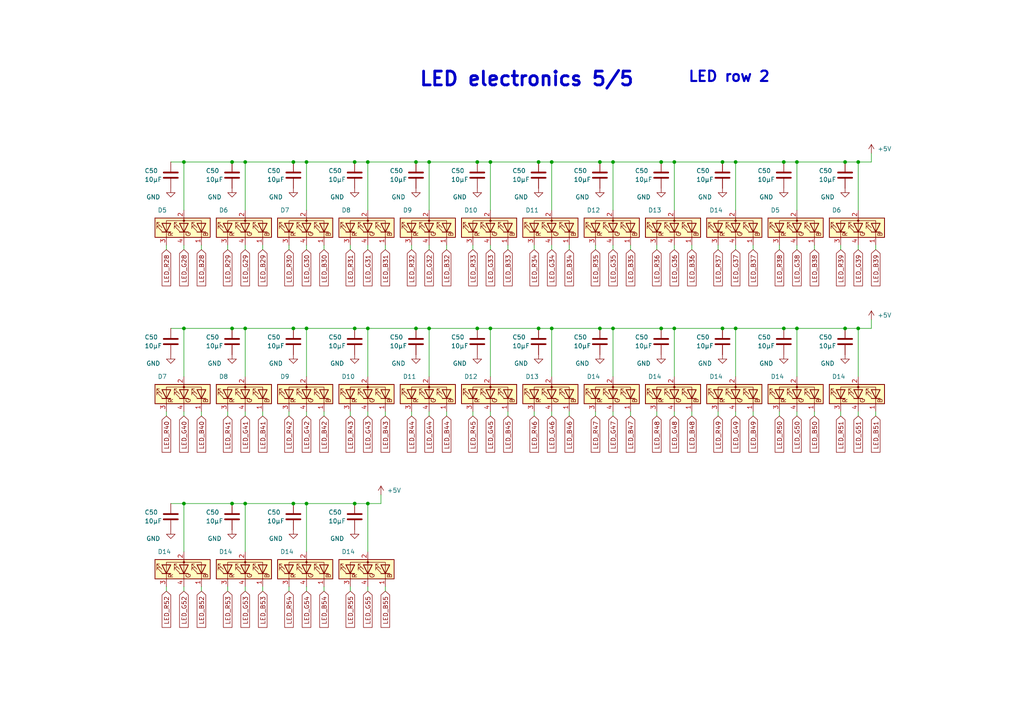
<source format=kicad_sch>
(kicad_sch (version 20230121) (generator eeschema)
  (paper "A4")
  (lib_symbols
    (symbol "Device:C" (pin_numbers hide) (pin_names (offset 0.254))
      (property "Reference" "C" (at 0.635 2.54 0))
      (property "Value" "C" (at 0.635 -2.54 0))
      (symbol "C_0_1"
        (polyline (pts (xy -2.032 -0.762) (xy 2.032 -0.762)) (stroke (width 0.508)))
        (polyline (pts (xy -2.032 0.762) (xy 2.032 0.762)) (stroke (width 0.508)))
      )
      (symbol "C_1_1"
        (pin passive line (at 0 3.81 270) (length 2.794) (name "~") (number "1"))
        (pin passive line (at 0 -3.81 90) (length 2.794) (name "~") (number "2"))
      )
    )
    (symbol "Device:LED_BARG" (pin_names (offset 0) hide)
      (property "Reference" "D" (at 0 9.398 0))
      (property "Value" "LED_BARG" (at 0 -8.89 0))
      (symbol "LED_BARG_0_0"
        (text "B" (at -1.905 -6.35 0) (effects (font (size 1.27 1.27))))
        (text "G" (at -1.905 -1.27 0) (effects (font (size 1.27 1.27))))
        (text "R" (at -1.905 3.81 0) (effects (font (size 1.27 1.27))))
      )
      (symbol "LED_BARG_0_1"
        (polyline (pts (xy -1.27 -5.08) (xy -2.54 -5.08)))
        (polyline (pts (xy -1.27 -5.08) (xy 1.27 -5.08)))
        (polyline (pts (xy -1.27 -3.81) (xy -1.27 -6.35)) (stroke (width 0.254)))
        (polyline (pts (xy -1.27 0) (xy -2.54 0)))
        (polyline (pts (xy -1.27 1.27) (xy -1.27 -1.27)) (stroke (width 0.254)))
        (polyline (pts (xy -1.27 5.08) (xy -2.54 5.08)))
        (polyline (pts (xy -1.27 5.08) (xy 1.27 5.08)))
        (polyline (pts (xy -1.27 6.35) (xy -1.27 3.81)) (stroke (width 0.254)))
        (polyline (pts (xy 1.27 0) (xy -1.27 0)))
        (polyline (pts (xy 1.27 0) (xy 2.54 0)))
        (polyline (pts (xy -1.27 1.27) (xy -1.27 -1.27) (xy -1.27 -1.27)))
        (polyline (pts (xy -1.27 6.35) (xy -1.27 3.81) (xy -1.27 3.81)))
        (polyline (pts (xy 1.27 -5.08) (xy 2.032 -5.08) (xy 2.032 5.08) (xy 1.27 5.08)))
        (polyline (pts (xy 1.27 -3.81) (xy 1.27 -6.35) (xy -1.27 -5.08) (xy 1.27 -3.81)) (stroke (width 0.254)))
        (polyline (pts (xy 1.27 1.27) (xy 1.27 -1.27) (xy -1.27 0) (xy 1.27 1.27)) (stroke (width 0.254)))
        (polyline (pts (xy 1.27 6.35) (xy 1.27 3.81) (xy -1.27 5.08) (xy 1.27 6.35)) (stroke (width 0.254)))
        (polyline (pts (xy -1.016 -3.81) (xy 0.508 -2.286) (xy -0.254 -2.286) (xy 0.508 -2.286) (xy 0.508 -3.048)))
        (polyline (pts (xy -1.016 1.27) (xy 0.508 2.794) (xy -0.254 2.794) (xy 0.508 2.794) (xy 0.508 2.032)))
        (polyline (pts (xy -1.016 6.35) (xy 0.508 7.874) (xy -0.254 7.874) (xy 0.508 7.874) (xy 0.508 7.112)))
        (polyline (pts (xy 0 -3.81) (xy 1.524 -2.286) (xy 0.762 -2.286) (xy 1.524 -2.286) (xy 1.524 -3.048)))
        (polyline (pts (xy 0 1.27) (xy 1.524 2.794) (xy 0.762 2.794) (xy 1.524 2.794) (xy 1.524 2.032)))
        (polyline (pts (xy 0 6.35) (xy 1.524 7.874) (xy 0.762 7.874) (xy 1.524 7.874) (xy 1.524 7.112)))
        (rectangle (start 1.27 -1.27) (end 1.27 1.27))
        (rectangle (start 1.27 1.27) (end 1.27 1.27))
        (rectangle (start 1.27 3.81) (end 1.27 6.35))
        (rectangle (start 1.27 6.35) (end 1.27 6.35))
        (circle (center 2.032 0) (radius 0.254) (fill (type outline)))
        (rectangle (start 2.794 8.382) (end -2.794 -7.62) (stroke (width 0.254)) (fill (type background)))
      )
      (symbol "LED_BARG_1_1"
        (pin passive line (at -5.08 -5.08 0) (length 2.54) (name "BK") (number "1"))
        (pin passive line (at 5.08 0 180) (length 2.54) (name "A") (number "2"))
        (pin passive line (at -5.08 5.08 0) (length 2.54) (name "RK") (number "3"))
        (pin passive line (at -5.08 0 0) (length 2.54) (name "GK") (number "4"))
      )
    )
    (symbol "power:+5V" (power) (pin_names (offset 0))
      (property "Value" "+5V" (at 0 3.556 0))
      (symbol "+5V_0_1"
        (polyline (pts (xy -0.762 1.27) (xy 0 2.54)))
        (polyline (pts (xy 0 0) (xy 0 2.54)))
        (polyline (pts (xy 0 2.54) (xy 0.762 1.27)))
      )
      (symbol "+5V_1_1"
        (pin power_in line (at 0 0 90) (length 0) hide (name "+5V") (number "1"))
      )
    )
    (symbol "power:GND" (power) (pin_names (offset 0))
      (property "Value" "GND" (at 0 -3.81 0))
      (symbol "GND_0_1"
        (polyline (pts (xy 0 0) (xy 0 -1.27) (xy 1.27 -1.27) (xy 0 -2.54) (xy -1.27 -1.27) (xy 0 -1.27)))
      )
      (symbol "GND_1_1"
        (pin power_in line (at 0 0 270) (length 0) hide (name "GND") (number "1"))
      )
    )
  )
  (junction (at 173.99 46.99))
  (junction (at 160.02 95.25))
  (junction (at 106.68 146.05))
  (junction (at 71.12 95.25))
  (junction (at 213.36 95.25))
  (junction (at 120.65 46.99))
  (junction (at 191.77 95.25))
  (junction (at 53.34 146.05))
  (junction (at 53.34 95.25))
  (junction (at 85.09 146.05))
  (junction (at 85.09 95.25))
  (junction (at 120.65 95.25))
  (junction (at 177.8 95.25))
  (junction (at 248.92 95.25))
  (junction (at 138.43 46.99))
  (junction (at 227.33 46.99))
  (junction (at 142.24 95.25))
  (junction (at 245.11 46.99))
  (junction (at 67.31 146.05))
  (junction (at 245.11 95.25))
  (junction (at 124.46 95.25))
  (junction (at 209.55 95.25))
  (junction (at 195.58 95.25))
  (junction (at 248.92 46.99))
  (junction (at 53.34 46.99))
  (junction (at 227.33 95.25))
  (junction (at 88.9 146.05))
  (junction (at 71.12 46.99))
  (junction (at 156.21 46.99))
  (junction (at 67.31 95.25))
  (junction (at 177.8 46.99))
  (junction (at 195.58 46.99))
  (junction (at 160.02 46.99))
  (junction (at 88.9 95.25))
  (junction (at 124.46 46.99))
  (junction (at 138.43 95.25))
  (junction (at 209.55 46.99))
  (junction (at 106.68 95.25))
  (junction (at 156.21 95.25))
  (junction (at 231.14 46.99))
  (junction (at 213.36 46.99))
  (junction (at 191.77 46.99))
  (junction (at 88.9 46.99))
  (junction (at 85.09 46.99))
  (junction (at 142.24 46.99))
  (junction (at 102.87 95.25))
  (junction (at 67.31 46.99))
  (junction (at 102.87 146.05))
  (junction (at 71.12 146.05))
  (junction (at 173.99 95.25))
  (junction (at 102.87 46.99))
  (junction (at 231.14 95.25))
  (junction (at 106.68 46.99))
  (wire (pts (xy 208.28 71.12) (xy 208.28 72.39)))
  (wire (pts (xy 190.5 71.12) (xy 190.5 72.39)))
  (wire (pts (xy 53.34 71.12) (xy 53.34 72.39)))
  (wire (pts (xy 160.02 95.25) (xy 160.02 109.22)))
  (wire (pts (xy 231.14 95.25) (xy 245.11 95.25)))
  (wire (pts (xy 195.58 46.99) (xy 195.58 60.96)))
  (wire (pts (xy 48.26 71.12) (xy 48.26 72.39)))
  (wire (pts (xy 71.12 119.38) (xy 71.12 120.65)))
  (wire (pts (xy 88.9 95.25) (xy 88.9 109.22)))
  (wire (pts (xy 191.77 95.25) (xy 195.58 95.25)))
  (wire (pts (xy 236.22 119.38) (xy 236.22 120.65)))
  (wire (pts (xy 83.82 119.38) (xy 83.82 120.65)))
  (wire (pts (xy 71.12 146.05) (xy 71.12 160.02)))
  (wire (pts (xy 195.58 119.38) (xy 195.58 120.65)))
  (wire (pts (xy 248.92 95.25) (xy 252.73 95.25)))
  (wire (pts (xy 71.12 95.25) (xy 85.09 95.25)))
  (wire (pts (xy 71.12 46.99) (xy 85.09 46.99)))
  (wire (pts (xy 111.76 119.38) (xy 111.76 120.65)))
  (wire (pts (xy 147.32 71.12) (xy 147.32 72.39)))
  (wire (pts (xy 172.72 71.12) (xy 172.72 72.39)))
  (wire (pts (xy 129.54 119.38) (xy 129.54 120.65)))
  (wire (pts (xy 53.34 146.05) (xy 67.31 146.05)))
  (wire (pts (xy 66.04 71.12) (xy 66.04 72.39)))
  (wire (pts (xy 124.46 46.99) (xy 138.43 46.99)))
  (wire (pts (xy 248.92 119.38) (xy 248.92 120.65)))
  (wire (pts (xy 83.82 71.12) (xy 83.82 72.39)))
  (wire (pts (xy 66.04 170.18) (xy 66.04 171.45)))
  (wire (pts (xy 154.94 119.38) (xy 154.94 120.65)))
  (wire (pts (xy 177.8 119.38) (xy 177.8 120.65)))
  (wire (pts (xy 213.36 71.12) (xy 213.36 72.39)))
  (wire (pts (xy 137.16 71.12) (xy 137.16 72.39)))
  (wire (pts (xy 165.1 119.38) (xy 165.1 120.65)))
  (wire (pts (xy 67.31 146.05) (xy 71.12 146.05)))
  (wire (pts (xy 147.32 119.38) (xy 147.32 120.65)))
  (wire (pts (xy 53.34 46.99) (xy 49.53 46.99)))
  (wire (pts (xy 231.14 46.99) (xy 245.11 46.99)))
  (wire (pts (xy 160.02 95.25) (xy 173.99 95.25)))
  (wire (pts (xy 182.88 71.12) (xy 182.88 72.39)))
  (wire (pts (xy 245.11 46.99) (xy 248.92 46.99)))
  (wire (pts (xy 231.14 95.25) (xy 231.14 109.22)))
  (wire (pts (xy 76.2 71.12) (xy 76.2 72.39)))
  (wire (pts (xy 76.2 170.18) (xy 76.2 171.45)))
  (wire (pts (xy 85.09 46.99) (xy 88.9 46.99)))
  (wire (pts (xy 48.26 170.18) (xy 48.26 171.45)))
  (wire (pts (xy 102.87 46.99) (xy 106.68 46.99)))
  (wire (pts (xy 124.46 46.99) (xy 124.46 60.96)))
  (wire (pts (xy 129.54 71.12) (xy 129.54 72.39)))
  (wire (pts (xy 124.46 71.12) (xy 124.46 72.39)))
  (wire (pts (xy 160.02 119.38) (xy 160.02 120.65)))
  (wire (pts (xy 243.84 71.12) (xy 243.84 72.39)))
  (wire (pts (xy 154.94 71.12) (xy 154.94 72.39)))
  (wire (pts (xy 195.58 71.12) (xy 195.58 72.39)))
  (wire (pts (xy 106.68 95.25) (xy 106.68 109.22)))
  (wire (pts (xy 120.65 95.25) (xy 124.46 95.25)))
  (wire (pts (xy 173.99 46.99) (xy 177.8 46.99)))
  (wire (pts (xy 53.34 95.25) (xy 67.31 95.25)))
  (wire (pts (xy 213.36 95.25) (xy 227.33 95.25)))
  (wire (pts (xy 248.92 95.25) (xy 248.92 109.22)))
  (wire (pts (xy 243.84 119.38) (xy 243.84 120.65)))
  (wire (pts (xy 58.42 119.38) (xy 58.42 120.65)))
  (wire (pts (xy 213.36 119.38) (xy 213.36 120.65)))
  (wire (pts (xy 200.66 119.38) (xy 200.66 120.65)))
  (wire (pts (xy 226.06 71.12) (xy 226.06 72.39)))
  (wire (pts (xy 227.33 95.25) (xy 231.14 95.25)))
  (wire (pts (xy 231.14 60.96) (xy 231.14 46.99)))
  (wire (pts (xy 200.66 71.12) (xy 200.66 72.39)))
  (wire (pts (xy 119.38 71.12) (xy 119.38 72.39)))
  (wire (pts (xy 209.55 46.99) (xy 213.36 46.99)))
  (wire (pts (xy 102.87 146.05) (xy 106.68 146.05)))
  (wire (pts (xy 137.16 119.38) (xy 137.16 120.65)))
  (wire (pts (xy 177.8 95.25) (xy 177.8 109.22)))
  (wire (pts (xy 106.68 71.12) (xy 106.68 72.39)))
  (wire (pts (xy 173.99 95.25) (xy 177.8 95.25)))
  (wire (pts (xy 160.02 71.12) (xy 160.02 72.39)))
  (wire (pts (xy 106.68 146.05) (xy 110.49 146.05)))
  (wire (pts (xy 195.58 95.25) (xy 209.55 95.25)))
  (wire (pts (xy 88.9 46.99) (xy 88.9 60.96)))
  (wire (pts (xy 110.49 146.05) (xy 110.49 143.51)))
  (wire (pts (xy 177.8 46.99) (xy 177.8 60.96)))
  (wire (pts (xy 58.42 71.12) (xy 58.42 72.39)))
  (wire (pts (xy 93.98 119.38) (xy 93.98 120.65)))
  (wire (pts (xy 190.5 119.38) (xy 190.5 120.65)))
  (wire (pts (xy 245.11 95.25) (xy 248.92 95.25)))
  (wire (pts (xy 101.6 71.12) (xy 101.6 72.39)))
  (wire (pts (xy 191.77 46.99) (xy 195.58 46.99)))
  (wire (pts (xy 71.12 170.18) (xy 71.12 171.45)))
  (wire (pts (xy 85.09 146.05) (xy 88.9 146.05)))
  (wire (pts (xy 213.36 46.99) (xy 213.36 60.96)))
  (wire (pts (xy 106.68 170.18) (xy 106.68 171.45)))
  (wire (pts (xy 160.02 46.99) (xy 173.99 46.99)))
  (wire (pts (xy 124.46 95.25) (xy 124.46 109.22)))
  (wire (pts (xy 53.34 170.18) (xy 53.34 171.45)))
  (wire (pts (xy 218.44 119.38) (xy 218.44 120.65)))
  (wire (pts (xy 101.6 119.38) (xy 101.6 120.65)))
  (wire (pts (xy 142.24 95.25) (xy 142.24 109.22)))
  (wire (pts (xy 76.2 119.38) (xy 76.2 120.65)))
  (wire (pts (xy 156.21 46.99) (xy 160.02 46.99)))
  (wire (pts (xy 106.68 95.25) (xy 120.65 95.25)))
  (wire (pts (xy 248.92 46.99) (xy 252.73 46.99)))
  (wire (pts (xy 53.34 119.38) (xy 53.34 120.65)))
  (wire (pts (xy 218.44 71.12) (xy 218.44 72.39)))
  (wire (pts (xy 226.06 119.38) (xy 226.06 120.65)))
  (wire (pts (xy 83.82 170.18) (xy 83.82 171.45)))
  (wire (pts (xy 111.76 170.18) (xy 111.76 171.45)))
  (wire (pts (xy 66.04 119.38) (xy 66.04 120.65)))
  (wire (pts (xy 124.46 95.25) (xy 138.43 95.25)))
  (wire (pts (xy 142.24 46.99) (xy 156.21 46.99)))
  (wire (pts (xy 88.9 146.05) (xy 102.87 146.05)))
  (wire (pts (xy 93.98 71.12) (xy 93.98 72.39)))
  (wire (pts (xy 142.24 119.38) (xy 142.24 120.65)))
  (wire (pts (xy 67.31 95.25) (xy 71.12 95.25)))
  (wire (pts (xy 165.1 71.12) (xy 165.1 72.39)))
  (wire (pts (xy 209.55 95.25) (xy 213.36 95.25)))
  (wire (pts (xy 106.68 146.05) (xy 106.68 160.02)))
  (wire (pts (xy 172.72 119.38) (xy 172.72 120.65)))
  (wire (pts (xy 106.68 119.38) (xy 106.68 120.65)))
  (wire (pts (xy 213.36 95.25) (xy 213.36 109.22)))
  (wire (pts (xy 195.58 95.25) (xy 195.58 109.22)))
  (wire (pts (xy 142.24 95.25) (xy 156.21 95.25)))
  (wire (pts (xy 102.87 95.25) (xy 106.68 95.25)))
  (wire (pts (xy 71.12 95.25) (xy 71.12 109.22)))
  (wire (pts (xy 106.68 46.99) (xy 106.68 60.96)))
  (wire (pts (xy 67.31 46.99) (xy 71.12 46.99)))
  (wire (pts (xy 48.26 119.38) (xy 48.26 120.65)))
  (wire (pts (xy 49.53 146.05) (xy 53.34 146.05)))
  (wire (pts (xy 248.92 46.99) (xy 248.92 60.96)))
  (wire (pts (xy 142.24 71.12) (xy 142.24 72.39)))
  (wire (pts (xy 156.21 95.25) (xy 160.02 95.25)))
  (wire (pts (xy 138.43 46.99) (xy 142.24 46.99)))
  (wire (pts (xy 160.02 46.99) (xy 160.02 60.96)))
  (wire (pts (xy 106.68 46.99) (xy 120.65 46.99)))
  (wire (pts (xy 88.9 95.25) (xy 102.87 95.25)))
  (wire (pts (xy 231.14 71.12) (xy 231.14 72.39)))
  (wire (pts (xy 248.92 71.12) (xy 248.92 72.39)))
  (wire (pts (xy 85.09 95.25) (xy 88.9 95.25)))
  (wire (pts (xy 213.36 46.99) (xy 227.33 46.99)))
  (wire (pts (xy 53.34 146.05) (xy 53.34 160.02)))
  (wire (pts (xy 88.9 119.38) (xy 88.9 120.65)))
  (wire (pts (xy 177.8 95.25) (xy 191.77 95.25)))
  (wire (pts (xy 53.34 95.25) (xy 53.34 109.22)))
  (wire (pts (xy 88.9 46.99) (xy 102.87 46.99)))
  (wire (pts (xy 142.24 46.99) (xy 142.24 60.96)))
  (wire (pts (xy 124.46 119.38) (xy 124.46 120.65)))
  (wire (pts (xy 252.73 95.25) (xy 252.73 92.71)))
  (wire (pts (xy 93.98 170.18) (xy 93.98 171.45)))
  (wire (pts (xy 254 119.38) (xy 254 120.65)))
  (wire (pts (xy 182.88 119.38) (xy 182.88 120.65)))
  (wire (pts (xy 120.65 46.99) (xy 124.46 46.99)))
  (wire (pts (xy 177.8 46.99) (xy 191.77 46.99)))
  (wire (pts (xy 49.53 95.25) (xy 53.34 95.25)))
  (wire (pts (xy 53.34 46.99) (xy 67.31 46.99)))
  (wire (pts (xy 138.43 95.25) (xy 142.24 95.25)))
  (wire (pts (xy 88.9 146.05) (xy 88.9 160.02)))
  (wire (pts (xy 71.12 46.99) (xy 71.12 60.96)))
  (wire (pts (xy 195.58 46.99) (xy 209.55 46.99)))
  (wire (pts (xy 231.14 46.99) (xy 227.33 46.99)))
  (wire (pts (xy 236.22 71.12) (xy 236.22 72.39)))
  (wire (pts (xy 88.9 71.12) (xy 88.9 72.39)))
  (wire (pts (xy 71.12 146.05) (xy 85.09 146.05)))
  (wire (pts (xy 208.28 119.38) (xy 208.28 120.65)))
  (wire (pts (xy 177.8 71.12) (xy 177.8 72.39)))
  (wire (pts (xy 88.9 170.18) (xy 88.9 171.45)))
  (wire (pts (xy 252.73 46.99) (xy 252.73 44.45)))
  (wire (pts (xy 111.76 71.12) (xy 111.76 72.39)))
  (wire (pts (xy 119.38 119.38) (xy 119.38 120.65)))
  (wire (pts (xy 231.14 119.38) (xy 231.14 120.65)))
  (wire (pts (xy 53.34 60.96) (xy 53.34 46.99)))
  (wire (pts (xy 101.6 170.18) (xy 101.6 171.45)))
  (wire (pts (xy 254 71.12) (xy 254 72.39)))
  (wire (pts (xy 58.42 170.18) (xy 58.42 171.45)))
  (wire (pts (xy 71.12 71.12) (xy 71.12 72.39)))
  (text "LED electronics 5/5" (at 184.15 25.4 0) (effects (font (size 4 4) (thickness 0.8) bold) (justify right bottom)))
  (text "LED row 2" (at 223.52 24.13 0) (effects (font (size 3 3) (thickness 0.6) bold) (justify right bottom)))
  (global_label "LED_G33" (shape input) (at 142.24 72.39 270) (property "Intersheetrefs" "${INTERSHEET_REFS}" (effects hide)))
  (global_label "LED_R28" (shape input) (at 48.26 72.39 270) (property "Intersheetrefs" "${INTERSHEET_REFS}" (effects hide)))
  (global_label "LED_B34" (shape input) (at 165.1 72.39 270) (property "Intersheetrefs" "${INTERSHEET_REFS}" (effects hide)))
  (global_label "LED_G40" (shape input) (at 53.34 120.65 270) (property "Intersheetrefs" "${INTERSHEET_REFS}" (effects hide)))
  (global_label "LED_G47" (shape input) (at 177.8 120.65 270) (property "Intersheetrefs" "${INTERSHEET_REFS}" (effects hide)))
  (global_label "LED_G39" (shape input) (at 248.92 72.39 270) (property "Intersheetrefs" "${INTERSHEET_REFS}" (effects hide)))
  (global_label "LED_R50" (shape input) (at 226.06 120.65 270) (property "Intersheetrefs" "${INTERSHEET_REFS}" (effects hide)))
  (global_label "LED_G28" (shape input) (at 53.34 72.39 270) (property "Intersheetrefs" "${INTERSHEET_REFS}" (effects hide)))
  (global_label "LED_R35" (shape input) (at 172.72 72.39 270) (property "Intersheetrefs" "${INTERSHEET_REFS}" (effects hide)))
  (global_label "LED_G49" (shape input) (at 213.36 120.65 270) (property "Intersheetrefs" "${INTERSHEET_REFS}" (effects hide)))
  (global_label "LED_B50" (shape input) (at 236.22 120.65 270) (property "Intersheetrefs" "${INTERSHEET_REFS}" (effects hide)))
  (global_label "LED_G34" (shape input) (at 160.02 72.39 270) (property "Intersheetrefs" "${INTERSHEET_REFS}" (effects hide)))
  (global_label "LED_B39" (shape input) (at 254 72.39 270) (property "Intersheetrefs" "${INTERSHEET_REFS}" (effects hide)))
  (global_label "LED_R46" (shape input) (at 154.94 120.65 270) (property "Intersheetrefs" "${INTERSHEET_REFS}" (effects hide)))
  (global_label "LED_R45" (shape input) (at 137.16 120.65 270) (property "Intersheetrefs" "${INTERSHEET_REFS}" (effects hide)))
  (global_label "LED_B42" (shape input) (at 93.98 120.65 270) (property "Intersheetrefs" "${INTERSHEET_REFS}" (effects hide)))
  (global_label "LED_R51" (shape input) (at 243.84 120.65 270) (property "Intersheetrefs" "${INTERSHEET_REFS}" (effects hide)))
  (global_label "LED_R53" (shape input) (at 66.04 171.45 270) (property "Intersheetrefs" "${INTERSHEET_REFS}" (effects hide)))
  (global_label "LED_B52" (shape input) (at 58.42 171.45 270) (property "Intersheetrefs" "${INTERSHEET_REFS}" (effects hide)))
  (global_label "LED_R44" (shape input) (at 119.38 120.65 270) (property "Intersheetrefs" "${INTERSHEET_REFS}" (effects hide)))
  (global_label "LED_B30" (shape input) (at 93.98 72.39 270) (property "Intersheetrefs" "${INTERSHEET_REFS}" (effects hide)))
  (global_label "LED_G51" (shape input) (at 248.92 120.65 270) (property "Intersheetrefs" "${INTERSHEET_REFS}" (effects hide)))
  (global_label "LED_G45" (shape input) (at 142.24 120.65 270) (property "Intersheetrefs" "${INTERSHEET_REFS}" (effects hide)))
  (global_label "LED_B45" (shape input) (at 147.32 120.65 270) (property "Intersheetrefs" "${INTERSHEET_REFS}" (effects hide)))
  (global_label "LED_G29" (shape input) (at 71.12 72.39 270) (property "Intersheetrefs" "${INTERSHEET_REFS}" (effects hide)))
  (global_label "LED_B41" (shape input) (at 76.2 120.65 270) (property "Intersheetrefs" "${INTERSHEET_REFS}" (effects hide)))
  (global_label "LED_B48" (shape input) (at 200.66 120.65 270) (property "Intersheetrefs" "${INTERSHEET_REFS}" (effects hide)))
  (global_label "LED_R48" (shape input) (at 190.5 120.65 270) (property "Intersheetrefs" "${INTERSHEET_REFS}" (effects hide)))
  (global_label "LED_R29" (shape input) (at 66.04 72.39 270) (property "Intersheetrefs" "${INTERSHEET_REFS}" (effects hide)))
  (global_label "LED_G42" (shape input) (at 88.9 120.65 270) (property "Intersheetrefs" "${INTERSHEET_REFS}" (effects hide)))
  (global_label "LED_G30" (shape input) (at 88.9 72.39 270) (property "Intersheetrefs" "${INTERSHEET_REFS}" (effects hide)))
  (global_label "LED_G52" (shape input) (at 53.34 171.45 270) (property "Intersheetrefs" "${INTERSHEET_REFS}" (effects hide)))
  (global_label "LED_G37" (shape input) (at 213.36 72.39 270) (property "Intersheetrefs" "${INTERSHEET_REFS}" (effects hide)))
  (global_label "LED_G46" (shape input) (at 160.02 120.65 270) (property "Intersheetrefs" "${INTERSHEET_REFS}" (effects hide)))
  (global_label "LED_G36" (shape input) (at 195.58 72.39 270) (property "Intersheetrefs" "${INTERSHEET_REFS}" (effects hide)))
  (global_label "LED_R30" (shape input) (at 83.82 72.39 270) (property "Intersheetrefs" "${INTERSHEET_REFS}" (effects hide)))
  (global_label "LED_B40" (shape input) (at 58.42 120.65 270) (property "Intersheetrefs" "${INTERSHEET_REFS}" (effects hide)))
  (global_label "LED_R32" (shape input) (at 119.38 72.39 270) (property "Intersheetrefs" "${INTERSHEET_REFS}" (effects hide)))
  (global_label "LED_B47" (shape input) (at 182.88 120.65 270) (property "Intersheetrefs" "${INTERSHEET_REFS}" (effects hide)))
  (global_label "LED_B31" (shape input) (at 111.76 72.39 270) (property "Intersheetrefs" "${INTERSHEET_REFS}" (effects hide)))
  (global_label "LED_R52" (shape input) (at 48.26 171.45 270) (property "Intersheetrefs" "${INTERSHEET_REFS}" (effects hide)))
  (global_label "LED_R49" (shape input) (at 208.28 120.65 270) (property "Intersheetrefs" "${INTERSHEET_REFS}" (effects hide)))
  (global_label "LED_B51" (shape input) (at 254 120.65 270) (property "Intersheetrefs" "${INTERSHEET_REFS}" (effects hide)))
  (global_label "LED_G35" (shape input) (at 177.8 72.39 270) (property "Intersheetrefs" "${INTERSHEET_REFS}" (effects hide)))
  (global_label "LED_R31" (shape input) (at 101.6 72.39 270) (property "Intersheetrefs" "${INTERSHEET_REFS}" (effects hide)))
  (global_label "LED_G32" (shape input) (at 124.46 72.39 270) (property "Intersheetrefs" "${INTERSHEET_REFS}" (effects hide)))
  (global_label "LED_R54" (shape input) (at 83.82 171.45 270) (property "Intersheetrefs" "${INTERSHEET_REFS}" (effects hide)))
  (global_label "LED_R39" (shape input) (at 243.84 72.39 270) (property "Intersheetrefs" "${INTERSHEET_REFS}" (effects hide)))
  (global_label "LED_B49" (shape input) (at 218.44 120.65 270) (property "Intersheetrefs" "${INTERSHEET_REFS}" (effects hide)))
  (global_label "LED_R42" (shape input) (at 83.82 120.65 270) (property "Intersheetrefs" "${INTERSHEET_REFS}" (effects hide)))
  (global_label "LED_R38" (shape input) (at 226.06 72.39 270) (property "Intersheetrefs" "${INTERSHEET_REFS}" (effects hide)))
  (global_label "LED_B33" (shape input) (at 147.32 72.39 270) (property "Intersheetrefs" "${INTERSHEET_REFS}" (effects hide)))
  (global_label "LED_G38" (shape input) (at 231.14 72.39 270) (property "Intersheetrefs" "${INTERSHEET_REFS}" (effects hide)))
  (global_label "LED_R43" (shape input) (at 101.6 120.65 270) (property "Intersheetrefs" "${INTERSHEET_REFS}" (effects hide)))
  (global_label "LED_G54" (shape input) (at 88.9 171.45 270) (property "Intersheetrefs" "${INTERSHEET_REFS}" (effects hide)))
  (global_label "LED_B46" (shape input) (at 165.1 120.65 270) (property "Intersheetrefs" "${INTERSHEET_REFS}" (effects hide)))
  (global_label "LED_G53" (shape input) (at 71.12 171.45 270) (property "Intersheetrefs" "${INTERSHEET_REFS}" (effects hide)))
  (global_label "LED_R34" (shape input) (at 154.94 72.39 270) (property "Intersheetrefs" "${INTERSHEET_REFS}" (effects hide)))
  (global_label "LED_R36" (shape input) (at 190.5 72.39 270) (property "Intersheetrefs" "${INTERSHEET_REFS}" (effects hide)))
  (global_label "LED_G31" (shape input) (at 106.68 72.39 270) (property "Intersheetrefs" "${INTERSHEET_REFS}" (effects hide)))
  (global_label "LED_B29" (shape input) (at 76.2 72.39 270) (property "Intersheetrefs" "${INTERSHEET_REFS}" (effects hide)))
  (global_label "LED_B32" (shape input) (at 129.54 72.39 270) (property "Intersheetrefs" "${INTERSHEET_REFS}" (effects hide)))
  (global_label "LED_R55" (shape input) (at 101.6 171.45 270) (property "Intersheetrefs" "${INTERSHEET_REFS}" (effects hide)))
  (global_label "LED_G50" (shape input) (at 231.14 120.65 270) (property "Intersheetrefs" "${INTERSHEET_REFS}" (effects hide)))
  (global_label "LED_B44" (shape input) (at 129.54 120.65 270) (property "Intersheetrefs" "${INTERSHEET_REFS}" (effects hide)))
  (global_label "LED_R47" (shape input) (at 172.72 120.65 270) (property "Intersheetrefs" "${INTERSHEET_REFS}" (effects hide)))
  (global_label "LED_R33" (shape input) (at 137.16 72.39 270) (property "Intersheetrefs" "${INTERSHEET_REFS}" (effects hide)))
  (global_label "LED_B28" (shape input) (at 58.42 72.39 270) (property "Intersheetrefs" "${INTERSHEET_REFS}" (effects hide)))
  (global_label "LED_B38" (shape input) (at 236.22 72.39 270) (property "Intersheetrefs" "${INTERSHEET_REFS}" (effects hide)))
  (global_label "LED_B36" (shape input) (at 200.66 72.39 270) (property "Intersheetrefs" "${INTERSHEET_REFS}" (effects hide)))
  (global_label "LED_B54" (shape input) (at 93.98 171.45 270) (property "Intersheetrefs" "${INTERSHEET_REFS}" (effects hide)))
  (global_label "LED_B43" (shape input) (at 111.76 120.65 270) (property "Intersheetrefs" "${INTERSHEET_REFS}" (effects hide)))
  (global_label "LED_R40" (shape input) (at 48.26 120.65 270) (property "Intersheetrefs" "${INTERSHEET_REFS}" (effects hide)))
  (global_label "LED_B37" (shape input) (at 218.44 72.39 270) (property "Intersheetrefs" "${INTERSHEET_REFS}" (effects hide)))
  (global_label "LED_B35" (shape input) (at 182.88 72.39 270) (property "Intersheetrefs" "${INTERSHEET_REFS}" (effects hide)))
  (global_label "LED_G41" (shape input) (at 71.12 120.65 270) (property "Intersheetrefs" "${INTERSHEET_REFS}" (effects hide)))
  (global_label "LED_R41" (shape input) (at 66.04 120.65 270) (property "Intersheetrefs" "${INTERSHEET_REFS}" (effects hide)))
  (global_label "LED_G48" (shape input) (at 195.58 120.65 270) (property "Intersheetrefs" "${INTERSHEET_REFS}" (effects hide)))
  (global_label "LED_B53" (shape input) (at 76.2 171.45 270) (property "Intersheetrefs" "${INTERSHEET_REFS}" (effects hide)))
  (global_label "LED_R37" (shape input) (at 208.28 72.39 270) (property "Intersheetrefs" "${INTERSHEET_REFS}" (effects hide)))
  (global_label "LED_G55" (shape input) (at 106.68 171.45 270) (property "Intersheetrefs" "${INTERSHEET_REFS}" (effects hide)))
  (global_label "LED_G44" (shape input) (at 124.46 120.65 270) (property "Intersheetrefs" "${INTERSHEET_REFS}" (effects hide)))
  (global_label "LED_B55" (shape input) (at 111.76 171.45 270) (property "Intersheetrefs" "${INTERSHEET_REFS}" (effects hide)))
  (global_label "LED_G43" (shape input) (at 106.68 120.65 270) (property "Intersheetrefs" "${INTERSHEET_REFS}" (effects hide)))
  (symbol (lib_id "power:GND") (at 227.33 54.61 0) (unit 1)
    (property "Reference" "#PWR0735" (effects hide))
    (property "Value" "GND" (at 222.25 57.15 0))
    (instances (project "RD56" (path "" (reference "#PWR0735") (unit 1)) (path "" (reference "#PWR0912") (unit 1))))
  )
  (symbol (lib_id "power:GND") (at 67.31 102.87 0) (unit 1)
    (property "Reference" "#PWR0738" (effects hide))
    (property "Value" "GND" (at 62.23 105.41 0))
    (instances (project "RD56" (path "" (reference "#PWR0738") (unit 1)) (path "" (reference "#PWR0916") (unit 1))))
  )
  (symbol (lib_id "Device:C") (at 49.53 50.8 0) (unit 1)
    (property "Reference" "C50" (at 41.91 49.53 0) (effects (justify left)))
    (property "Value" "10µF" (at 41.91 52.07 0) (effects (justify left)))
    (property "Footprint" "Capacitor_SMD:C_0603_1608Metric" (effects hide))
    (property "LCSC" "C96446" (effects hide))
    (instances (project "RD56" (path "" (reference "C50") (unit 1)) (path "" (reference "C721") (unit 1)) (path "" (reference "C901") (unit 1))))
  )
  (symbol (lib_id "Device:LED_BARG") (at 142.24 114.3 90) (unit 1)
    (property "Reference" "D12" (at 134.62 109.22 90) (effects (justify right)))
    (property "Value" "LED_BARG" (effects hide))
    (property "Footprint" "my_footprints:LED_RGB_1210" (effects hide))
    (property "LCSC" "C513366" (effects hide))
    (instances (project "RD56" (path "" (reference "D12") (unit 1)) (path "" (reference "D738") (unit 1)) (path "" (reference "D918") (unit 1))))
  )
  (symbol (lib_id "Device:LED_BARG") (at 71.12 66.04 90) (unit 1)
    (property "Reference" "D6" (at 63.5 60.96 90) (effects (justify right)))
    (property "Value" "LED_BARG" (effects hide))
    (property "Footprint" "my_footprints:LED_RGB_1210" (effects hide))
    (property "LCSC" "C513366" (effects hide))
    (instances (project "RD56" (path "" (reference "D6") (unit 1)) (path "" (reference "D722") (unit 1)) (path "" (reference "D902") (unit 1))))
  )
  (symbol (lib_id "Device:C") (at 102.87 50.8 0) (unit 1)
    (property "Reference" "C50" (at 95.25 49.53 0) (effects (justify left)))
    (property "Value" "10µF" (at 95.25 52.07 0) (effects (justify left)))
    (property "Footprint" "Capacitor_SMD:C_0603_1608Metric" (effects hide))
    (property "LCSC" "C96446" (effects hide))
    (instances (project "RD56" (path "" (reference "C50") (unit 1)) (path "" (reference "C724") (unit 1)) (path "" (reference "C904") (unit 1))))
  )
  (symbol (lib_id "power:GND") (at 138.43 102.87 0) (unit 1)
    (property "Reference" "#PWR0743" (effects hide))
    (property "Value" "GND" (at 133.35 105.41 0))
    (instances (project "RD56" (path "" (reference "#PWR0743") (unit 1)) (path "" (reference "#PWR0920") (unit 1))))
  )
  (symbol (lib_id "Device:C") (at 102.87 99.06 0) (unit 1)
    (property "Reference" "C50" (at 95.25 97.79 0) (effects (justify left)))
    (property "Value" "10µF" (at 95.25 100.33 0) (effects (justify left)))
    (property "Footprint" "Capacitor_SMD:C_0603_1608Metric" (effects hide))
    (property "LCSC" "C96446" (effects hide))
    (instances (project "RD56" (path "" (reference "C50") (unit 1)) (path "" (reference "C736") (unit 1)) (path "" (reference "C916") (unit 1))))
  )
  (symbol (lib_id "Device:LED_BARG") (at 71.12 114.3 90) (unit 1)
    (property "Reference" "D8" (at 63.5 109.22 90) (effects (justify right)))
    (property "Value" "LED_BARG" (effects hide))
    (property "Footprint" "my_footprints:LED_RGB_1210" (effects hide))
    (property "LCSC" "C513366" (effects hide))
    (instances (project "RD56" (path "" (reference "D8") (unit 1)) (path "" (reference "D734") (unit 1)) (path "" (reference "D914") (unit 1))))
  )
  (symbol (lib_id "power:GND") (at 227.33 102.87 0) (unit 1)
    (property "Reference" "#PWR0744" (effects hide))
    (property "Value" "GND" (at 222.25 105.41 0))
    (instances (project "RD56" (path "" (reference "#PWR0744") (unit 1)) (path "" (reference "#PWR0925") (unit 1))))
  )
  (symbol (lib_id "Device:C") (at 120.65 99.06 0) (unit 1)
    (property "Reference" "C50" (at 113.03 97.79 0) (effects (justify left)))
    (property "Value" "10µF" (at 113.03 100.33 0) (effects (justify left)))
    (property "Footprint" "Capacitor_SMD:C_0603_1608Metric" (effects hide))
    (property "LCSC" "C96446" (effects hide))
    (instances (project "RD56" (path "" (reference "C50") (unit 1)) (path "" (reference "C737") (unit 1)) (path "" (reference "C917") (unit 1))))
  )
  (symbol (lib_id "Device:LED_BARG") (at 106.68 165.1 90) (unit 1)
    (property "Reference" "D14" (at 99.06 160.02 90) (effects (justify right)))
    (property "Value" "LED_BARG" (effects hide))
    (property "Footprint" "my_footprints:LED_RGB_1210" (effects hide))
    (property "LCSC" "C513366" (effects hide))
    (instances (project "RD56" (path "" (reference "D14") (unit 1)) (path "" (reference "D740") (unit 1)) (path "" (reference "D928") (unit 1))))
  )
  (symbol (lib_id "Device:C") (at 173.99 50.8 0) (unit 1)
    (property "Reference" "C50" (at 166.37 49.53 0) (effects (justify left)))
    (property "Value" "10µF" (at 166.37 52.07 0) (effects (justify left)))
    (property "Footprint" "Capacitor_SMD:C_0603_1608Metric" (effects hide))
    (property "LCSC" "C96446" (effects hide))
    (instances (project "RD56" (path "" (reference "C50") (unit 1)) (path "" (reference "C728") (unit 1)) (path "" (reference "C908") (unit 1))))
  )
  (symbol (lib_id "power:GND") (at 85.09 54.61 0) (unit 1)
    (property "Reference" "#PWR0727" (effects hide))
    (property "Value" "GND" (at 80.01 57.15 0))
    (instances (project "RD56" (path "" (reference "#PWR0727") (unit 1)) (path "" (reference "#PWR0904") (unit 1))))
  )
  (symbol (lib_id "power:GND") (at 209.55 54.61 0) (unit 1)
    (property "Reference" "#PWR0734" (effects hide))
    (property "Value" "GND" (at 204.47 57.15 0))
    (instances (project "RD56" (path "" (reference "#PWR0734") (unit 1)) (path "" (reference "#PWR0911") (unit 1))))
  )
  (symbol (lib_id "Device:C") (at 138.43 99.06 0) (unit 1)
    (property "Reference" "C50" (at 130.81 97.79 0) (effects (justify left)))
    (property "Value" "10µF" (at 130.81 100.33 0) (effects (justify left)))
    (property "Footprint" "Capacitor_SMD:C_0603_1608Metric" (effects hide))
    (property "LCSC" "C96446" (effects hide))
    (instances (project "RD56" (path "" (reference "C50") (unit 1)) (path "" (reference "C738") (unit 1)) (path "" (reference "C918") (unit 1))))
  )
  (symbol (lib_id "Device:LED_BARG") (at 106.68 66.04 90) (unit 1)
    (property "Reference" "D8" (at 99.06 60.96 90) (effects (justify right)))
    (property "Value" "LED_BARG" (effects hide))
    (property "Footprint" "my_footprints:LED_RGB_1210" (effects hide))
    (property "LCSC" "C513366" (effects hide))
    (instances (project "RD56" (path "" (reference "D8") (unit 1)) (path "" (reference "D724") (unit 1)) (path "" (reference "D904") (unit 1))))
  )
  (symbol (lib_id "Device:C") (at 191.77 50.8 0) (unit 1)
    (property "Reference" "C50" (at 184.15 49.53 0) (effects (justify left)))
    (property "Value" "10µF" (at 184.15 52.07 0) (effects (justify left)))
    (property "Footprint" "Capacitor_SMD:C_0603_1608Metric" (effects hide))
    (property "LCSC" "C96446" (effects hide))
    (instances (project "RD56" (path "" (reference "C50") (unit 1)) (path "" (reference "C729") (unit 1)) (path "" (reference "C909") (unit 1))))
  )
  (symbol (lib_id "power:GND") (at 67.31 153.67 0) (unit 1)
    (property "Reference" "#PWR0743" (effects hide))
    (property "Value" "GND" (at 62.23 156.21 0))
    (instances (project "RD56" (path "" (reference "#PWR0743") (unit 1)) (path "" (reference "#PWR0929") (unit 1))))
  )
  (symbol (lib_id "Device:LED_BARG") (at 53.34 165.1 90) (unit 1)
    (property "Reference" "D14" (at 45.72 160.02 90) (effects (justify right)))
    (property "Value" "LED_BARG" (effects hide))
    (property "Footprint" "my_footprints:LED_RGB_1210" (effects hide))
    (property "LCSC" "C513366" (effects hide))
    (instances (project "RD56" (path "" (reference "D14") (unit 1)) (path "" (reference "D740") (unit 1)) (path "" (reference "D925") (unit 1))))
  )
  (symbol (lib_id "Device:C") (at 67.31 99.06 0) (unit 1)
    (property "Reference" "C50" (at 59.69 97.79 0) (effects (justify left)))
    (property "Value" "10µF" (at 59.69 100.33 0) (effects (justify left)))
    (property "Footprint" "Capacitor_SMD:C_0603_1608Metric" (effects hide))
    (property "LCSC" "C96446" (effects hide))
    (instances (project "RD56" (path "" (reference "C50") (unit 1)) (path "" (reference "C734") (unit 1)) (path "" (reference "C914") (unit 1))))
  )
  (symbol (lib_id "Device:C") (at 209.55 99.06 0) (unit 1)
    (property "Reference" "C50" (at 201.93 97.79 0) (effects (justify left)))
    (property "Value" "10µF" (at 201.93 100.33 0) (effects (justify left)))
    (property "Footprint" "Capacitor_SMD:C_0603_1608Metric" (effects hide))
    (property "LCSC" "C96446" (effects hide))
    (instances (project "RD56" (path "" (reference "C50") (unit 1)) (path "" (reference "C738") (unit 1)) (path "" (reference "C922") (unit 1))))
  )
  (symbol (lib_id "power:GND") (at 209.55 102.87 0) (unit 1)
    (property "Reference" "#PWR0743" (effects hide))
    (property "Value" "GND" (at 204.47 105.41 0))
    (instances (project "RD56" (path "" (reference "#PWR0743") (unit 1)) (path "" (reference "#PWR0924") (unit 1))))
  )
  (symbol (lib_id "Device:LED_BARG") (at 177.8 114.3 90) (unit 1)
    (property "Reference" "D14" (at 170.18 109.22 90) (effects (justify right)))
    (property "Value" "LED_BARG" (effects hide))
    (property "Footprint" "my_footprints:LED_RGB_1210" (effects hide))
    (property "LCSC" "C513366" (effects hide))
    (instances (project "RD56" (path "" (reference "D14") (unit 1)) (path "" (reference "D740") (unit 1)) (path "" (reference "D920") (unit 1))))
  )
  (symbol (lib_id "power:GND") (at 49.53 153.67 0) (unit 1)
    (property "Reference" "#PWR0742" (effects hide))
    (property "Value" "GND" (at 44.45 156.21 0))
    (instances (project "RD56" (path "" (reference "#PWR0742") (unit 1)) (path "" (reference "#PWR0928") (unit 1))))
  )
  (symbol (lib_id "Device:C") (at 67.31 50.8 0) (unit 1)
    (property "Reference" "C50" (at 59.69 49.53 0) (effects (justify left)))
    (property "Value" "10µF" (at 59.69 52.07 0) (effects (justify left)))
    (property "Footprint" "Capacitor_SMD:C_0603_1608Metric" (effects hide))
    (property "LCSC" "C96446" (effects hide))
    (instances (project "RD56" (path "" (reference "C50") (unit 1)) (path "" (reference "C722") (unit 1)) (path "" (reference "C902") (unit 1))))
  )
  (symbol (lib_id "Device:C") (at 227.33 99.06 0) (unit 1)
    (property "Reference" "C50" (at 219.71 97.79 0) (effects (justify left)))
    (property "Value" "10µF" (at 219.71 100.33 0) (effects (justify left)))
    (property "Footprint" "Capacitor_SMD:C_0603_1608Metric" (effects hide))
    (property "LCSC" "C96446" (effects hide))
    (instances (project "RD56" (path "" (reference "C50") (unit 1)) (path "" (reference "C739") (unit 1)) (path "" (reference "C923") (unit 1))))
  )
  (symbol (lib_id "power:GND") (at 156.21 54.61 0) (unit 1)
    (property "Reference" "#PWR0731" (effects hide))
    (property "Value" "GND" (at 151.13 57.15 0))
    (instances (project "RD56" (path "" (reference "#PWR0731") (unit 1)) (path "" (reference "#PWR0908") (unit 1))))
  )
  (symbol (lib_id "Device:LED_BARG") (at 71.12 165.1 90) (unit 1)
    (property "Reference" "D14" (at 63.5 160.02 90) (effects (justify right)))
    (property "Value" "LED_BARG" (effects hide))
    (property "Footprint" "my_footprints:LED_RGB_1210" (effects hide))
    (property "LCSC" "C513366" (effects hide))
    (instances (project "RD56" (path "" (reference "D14") (unit 1)) (path "" (reference "D740") (unit 1)) (path "" (reference "D926") (unit 1))))
  )
  (symbol (lib_id "Device:C") (at 245.11 50.8 0) (unit 1)
    (property "Reference" "C50" (at 237.49 49.53 0) (effects (justify left)))
    (property "Value" "10µF" (at 237.49 52.07 0) (effects (justify left)))
    (property "Footprint" "Capacitor_SMD:C_0603_1608Metric" (effects hide))
    (property "LCSC" "C96446" (effects hide))
    (instances (project "RD56" (path "" (reference "C50") (unit 1)) (path "" (reference "C732") (unit 1)) (path "" (reference "C912") (unit 1))))
  )
  (symbol (lib_id "Device:C") (at 227.33 50.8 0) (unit 1)
    (property "Reference" "C50" (at 219.71 49.53 0) (effects (justify left)))
    (property "Value" "10µF" (at 219.71 52.07 0) (effects (justify left)))
    (property "Footprint" "Capacitor_SMD:C_0603_1608Metric" (effects hide))
    (property "LCSC" "C96446" (effects hide))
    (instances (project "RD56" (path "" (reference "C50") (unit 1)) (path "" (reference "C731") (unit 1)) (path "" (reference "C911") (unit 1))))
  )
  (symbol (lib_id "Device:LED_BARG") (at 88.9 114.3 90) (unit 1)
    (property "Reference" "D9" (at 81.28 109.22 90) (effects (justify right)))
    (property "Value" "LED_BARG" (effects hide))
    (property "Footprint" "my_footprints:LED_RGB_1210" (effects hide))
    (property "LCSC" "C513366" (effects hide))
    (instances (project "RD56" (path "" (reference "D9") (unit 1)) (path "" (reference "D735") (unit 1)) (path "" (reference "D915") (unit 1))))
  )
  (symbol (lib_id "Device:C") (at 85.09 149.86 0) (unit 1)
    (property "Reference" "C50" (at 77.47 148.59 0) (effects (justify left)))
    (property "Value" "10µF" (at 77.47 151.13 0) (effects (justify left)))
    (property "Footprint" "Capacitor_SMD:C_0603_1608Metric" (effects hide))
    (property "LCSC" "C96446" (effects hide))
    (instances (project "RD56" (path "" (reference "C50") (unit 1)) (path "" (reference "C739") (unit 1)) (path "" (reference "C927") (unit 1))))
  )
  (symbol (lib_id "Device:C") (at 245.11 99.06 0) (unit 1)
    (property "Reference" "C50" (at 237.49 97.79 0) (effects (justify left)))
    (property "Value" "10µF" (at 237.49 100.33 0) (effects (justify left)))
    (property "Footprint" "Capacitor_SMD:C_0603_1608Metric" (effects hide))
    (property "LCSC" "C96446" (effects hide))
    (instances (project "RD56" (path "" (reference "C50") (unit 1)) (path "" (reference "C740") (unit 1)) (path "" (reference "C924") (unit 1))))
  )
  (symbol (lib_id "Device:C") (at 209.55 50.8 0) (unit 1)
    (property "Reference" "C50" (at 201.93 49.53 0) (effects (justify left)))
    (property "Value" "10µF" (at 201.93 52.07 0) (effects (justify left)))
    (property "Footprint" "Capacitor_SMD:C_0603_1608Metric" (effects hide))
    (property "LCSC" "C96446" (effects hide))
    (instances (project "RD56" (path "" (reference "C50") (unit 1)) (path "" (reference "C730") (unit 1)) (path "" (reference "C910") (unit 1))))
  )
  (symbol (lib_id "Device:LED_BARG") (at 213.36 114.3 90) (unit 1)
    (property "Reference" "D14" (at 205.74 109.22 90) (effects (justify right)))
    (property "Value" "LED_BARG" (effects hide))
    (property "Footprint" "my_footprints:LED_RGB_1210" (effects hide))
    (property "LCSC" "C513366" (effects hide))
    (instances (project "RD56" (path "" (reference "D14") (unit 1)) (path "" (reference "D740") (unit 1)) (path "" (reference "D922") (unit 1))))
  )
  (symbol (lib_id "Device:LED_BARG") (at 231.14 114.3 90) (unit 1)
    (property "Reference" "D14" (at 223.52 109.22 90) (effects (justify right)))
    (property "Value" "LED_BARG" (effects hide))
    (property "Footprint" "my_footprints:LED_RGB_1210" (effects hide))
    (property "LCSC" "C513366" (effects hide))
    (instances (project "RD56" (path "" (reference "D14") (unit 1)) (path "" (reference "D740") (unit 1)) (path "" (reference "D923") (unit 1))))
  )
  (symbol (lib_id "Device:LED_BARG") (at 160.02 66.04 90) (unit 1)
    (property "Reference" "D11" (at 152.4 60.96 90) (effects (justify right)))
    (property "Value" "LED_BARG" (effects hide))
    (property "Footprint" "my_footprints:LED_RGB_1210" (effects hide))
    (property "LCSC" "C513366" (effects hide))
    (instances (project "RD56" (path "" (reference "D11") (unit 1)) (path "" (reference "D727") (unit 1)) (path "" (reference "D907") (unit 1))))
  )
  (symbol (lib_id "Device:C") (at 138.43 50.8 0) (unit 1)
    (property "Reference" "C50" (at 130.81 49.53 0) (effects (justify left)))
    (property "Value" "10µF" (at 130.81 52.07 0) (effects (justify left)))
    (property "Footprint" "Capacitor_SMD:C_0603_1608Metric" (effects hide))
    (property "LCSC" "C96446" (effects hide))
    (instances (project "RD56" (path "" (reference "C50") (unit 1)) (path "" (reference "C726") (unit 1)) (path "" (reference "C906") (unit 1))))
  )
  (symbol (lib_id "Device:LED_BARG") (at 248.92 66.04 90) (unit 1)
    (property "Reference" "D6" (at 241.3 60.96 90) (effects (justify right)))
    (property "Value" "LED_BARG" (effects hide))
    (property "Footprint" "my_footprints:LED_RGB_1210" (effects hide))
    (property "LCSC" "C513366" (effects hide))
    (instances (project "RD56" (path "" (reference "D6") (unit 1)) (path "" (reference "D732") (unit 1)) (path "" (reference "D912") (unit 1))))
  )
  (symbol (lib_id "Device:LED_BARG") (at 53.34 66.04 90) (unit 1)
    (property "Reference" "D5" (at 45.72 60.96 90) (effects (justify right)))
    (property "Value" "LED_BARG" (effects hide))
    (property "Footprint" "my_footprints:LED_RGB_1210" (effects hide))
    (property "LCSC" "C513366" (effects hide))
    (instances (project "RD56" (path "" (reference "D5") (unit 1)) (path "" (reference "D721") (unit 1)) (path "" (reference "D901") (unit 1))))
  )
  (symbol (lib_id "Device:LED_BARG") (at 106.68 114.3 90) (unit 1)
    (property "Reference" "D10" (at 99.06 109.22 90) (effects (justify right)))
    (property "Value" "LED_BARG" (effects hide))
    (property "Footprint" "my_footprints:LED_RGB_1210" (effects hide))
    (property "LCSC" "C513366" (effects hide))
    (instances (project "RD56" (path "" (reference "D10") (unit 1)) (path "" (reference "D736") (unit 1)) (path "" (reference "D916") (unit 1))))
  )
  (symbol (lib_id "Device:C") (at 120.65 50.8 0) (unit 1)
    (property "Reference" "C50" (at 113.03 49.53 0) (effects (justify left)))
    (property "Value" "10µF" (at 113.03 52.07 0) (effects (justify left)))
    (property "Footprint" "Capacitor_SMD:C_0603_1608Metric" (effects hide))
    (property "LCSC" "C96446" (effects hide))
    (instances (project "RD56" (path "" (reference "C50") (unit 1)) (path "" (reference "C725") (unit 1)) (path "" (reference "C905") (unit 1))))
  )
  (symbol (lib_id "power:GND") (at 85.09 102.87 0) (unit 1)
    (property "Reference" "#PWR0740" (effects hide))
    (property "Value" "GND" (at 80.01 105.41 0))
    (instances (project "RD56" (path "" (reference "#PWR0740") (unit 1)) (path "" (reference "#PWR0917") (unit 1))))
  )
  (symbol (lib_id "power:GND") (at 173.99 102.87 0) (unit 1)
    (property "Reference" "#PWR0745" (effects hide))
    (property "Value" "GND" (at 168.91 105.41 0))
    (instances (project "RD56" (path "" (reference "#PWR0745") (unit 1)) (path "" (reference "#PWR0922") (unit 1))))
  )
  (symbol (lib_id "power:GND") (at 102.87 102.87 0) (unit 1)
    (property "Reference" "#PWR0741" (effects hide))
    (property "Value" "GND" (at 97.79 105.41 0))
    (instances (project "RD56" (path "" (reference "#PWR0741") (unit 1)) (path "" (reference "#PWR0918") (unit 1))))
  )
  (symbol (lib_id "power:+5V") (at 252.73 44.45 0) (unit 1)
    (property "Reference" "#PWR0739" (effects hide))
    (property "Value" "+5V" (at 256.54 43.18 0))
    (instances (project "RD56" (path "" (reference "#PWR0739") (unit 1)) (path "" (reference "#PWR0901") (unit 1))))
  )
  (symbol (lib_id "power:GND") (at 49.53 54.61 0) (unit 1)
    (property "Reference" "#PWR0725" (effects hide))
    (property "Value" "GND" (at 44.45 57.15 0))
    (instances (project "RD56" (path "" (reference "#PWR0725") (unit 1)) (path "" (reference "#PWR0902") (unit 1))))
  )
  (symbol (lib_id "Device:LED_BARG") (at 248.92 114.3 90) (unit 1)
    (property "Reference" "D14" (at 241.3 109.22 90) (effects (justify right)))
    (property "Value" "LED_BARG" (effects hide))
    (property "Footprint" "my_footprints:LED_RGB_1210" (effects hide))
    (property "LCSC" "C513366" (effects hide))
    (instances (project "RD56" (path "" (reference "D14") (unit 1)) (path "" (reference "D740") (unit 1)) (path "" (reference "D924") (unit 1))))
  )
  (symbol (lib_id "Device:C") (at 191.77 99.06 0) (unit 1)
    (property "Reference" "C50" (at 184.15 97.79 0) (effects (justify left)))
    (property "Value" "10µF" (at 184.15 100.33 0) (effects (justify left)))
    (property "Footprint" "Capacitor_SMD:C_0603_1608Metric" (effects hide))
    (property "LCSC" "C96446" (effects hide))
    (instances (project "RD56" (path "" (reference "C50") (unit 1)) (path "" (reference "C737") (unit 1)) (path "" (reference "C921") (unit 1))))
  )
  (symbol (lib_id "power:GND") (at 85.09 153.67 0) (unit 1)
    (property "Reference" "#PWR0744" (effects hide))
    (property "Value" "GND" (at 80.01 156.21 0))
    (instances (project "RD56" (path "" (reference "#PWR0744") (unit 1)) (path "" (reference "#PWR0930") (unit 1))))
  )
  (symbol (lib_id "power:GND") (at 102.87 54.61 0) (unit 1)
    (property "Reference" "#PWR0728" (effects hide))
    (property "Value" "GND" (at 97.79 57.15 0))
    (instances (project "RD56" (path "" (reference "#PWR0728") (unit 1)) (path "" (reference "#PWR0905") (unit 1))))
  )
  (symbol (lib_id "power:GND") (at 138.43 54.61 0) (unit 1)
    (property "Reference" "#PWR0730" (effects hide))
    (property "Value" "GND" (at 133.35 57.15 0))
    (instances (project "RD56" (path "" (reference "#PWR0730") (unit 1)) (path "" (reference "#PWR0907") (unit 1))))
  )
  (symbol (lib_id "power:+5V") (at 252.73 92.71 0) (unit 1)
    (property "Reference" "#PWR0739" (effects hide))
    (property "Value" "+5V" (at 256.54 91.44 0))
    (instances (project "RD56" (path "" (reference "#PWR0739") (unit 1)) (path "" (reference "#PWR0914") (unit 1))))
  )
  (symbol (lib_id "Device:C") (at 156.21 50.8 0) (unit 1)
    (property "Reference" "C50" (at 148.59 49.53 0) (effects (justify left)))
    (property "Value" "10µF" (at 148.59 52.07 0) (effects (justify left)))
    (property "Footprint" "Capacitor_SMD:C_0603_1608Metric" (effects hide))
    (property "LCSC" "C96446" (effects hide))
    (instances (project "RD56" (path "" (reference "C50") (unit 1)) (path "" (reference "C727") (unit 1)) (path "" (reference "C907") (unit 1))))
  )
  (symbol (lib_id "Device:LED_BARG") (at 231.14 66.04 90) (unit 1)
    (property "Reference" "D5" (at 223.52 60.96 90) (effects (justify right)))
    (property "Value" "LED_BARG" (effects hide))
    (property "Footprint" "my_footprints:LED_RGB_1210" (effects hide))
    (property "LCSC" "C513366" (effects hide))
    (instances (project "RD56" (path "" (reference "D5") (unit 1)) (path "" (reference "D731") (unit 1)) (path "" (reference "D911") (unit 1))))
  )
  (symbol (lib_id "power:+5V") (at 110.49 143.51 0) (unit 1)
    (property "Reference" "#PWR0739" (effects hide))
    (property "Value" "+5V" (at 114.3 142.24 0))
    (instances (project "RD56" (path "" (reference "#PWR0739") (unit 1)) (path "" (reference "#PWR0927") (unit 1))))
  )
  (symbol (lib_id "Device:C") (at 85.09 99.06 0) (unit 1)
    (property "Reference" "C50" (at 77.47 97.79 0) (effects (justify left)))
    (property "Value" "10µF" (at 77.47 100.33 0) (effects (justify left)))
    (property "Footprint" "Capacitor_SMD:C_0603_1608Metric" (effects hide))
    (property "LCSC" "C96446" (effects hide))
    (instances (project "RD56" (path "" (reference "C50") (unit 1)) (path "" (reference "C735") (unit 1)) (path "" (reference "C915") (unit 1))))
  )
  (symbol (lib_id "Device:C") (at 85.09 50.8 0) (unit 1)
    (property "Reference" "C50" (at 77.47 49.53 0) (effects (justify left)))
    (property "Value" "10µF" (at 77.47 52.07 0) (effects (justify left)))
    (property "Footprint" "Capacitor_SMD:C_0603_1608Metric" (effects hide))
    (property "LCSC" "C96446" (effects hide))
    (instances (project "RD56" (path "" (reference "C50") (unit 1)) (path "" (reference "C723") (unit 1)) (path "" (reference "C903") (unit 1))))
  )
  (symbol (lib_id "Device:LED_BARG") (at 53.34 114.3 90) (unit 1)
    (property "Reference" "D7" (at 45.72 109.22 90) (effects (justify right)))
    (property "Value" "LED_BARG" (effects hide))
    (property "Footprint" "my_footprints:LED_RGB_1210" (effects hide))
    (property "LCSC" "C513366" (effects hide))
    (instances (project "RD56" (path "" (reference "D7") (unit 1)) (path "" (reference "D733") (unit 1)) (path "" (reference "D913") (unit 1))))
  )
  (symbol (lib_id "Device:C") (at 102.87 149.86 0) (unit 1)
    (property "Reference" "C50" (at 95.25 148.59 0) (effects (justify left)))
    (property "Value" "10µF" (at 95.25 151.13 0) (effects (justify left)))
    (property "Footprint" "Capacitor_SMD:C_0603_1608Metric" (effects hide))
    (property "LCSC" "C96446" (effects hide))
    (instances (project "RD56" (path "" (reference "C50") (unit 1)) (path "" (reference "C740") (unit 1)) (path "" (reference "C928") (unit 1))))
  )
  (symbol (lib_id "Device:C") (at 67.31 149.86 0) (unit 1)
    (property "Reference" "C50" (at 59.69 148.59 0) (effects (justify left)))
    (property "Value" "10µF" (at 59.69 151.13 0) (effects (justify left)))
    (property "Footprint" "Capacitor_SMD:C_0603_1608Metric" (effects hide))
    (property "LCSC" "C96446" (effects hide))
    (instances (project "RD56" (path "" (reference "C50") (unit 1)) (path "" (reference "C738") (unit 1)) (path "" (reference "C926") (unit 1))))
  )
  (symbol (lib_id "power:GND") (at 67.31 54.61 0) (unit 1)
    (property "Reference" "#PWR0726" (effects hide))
    (property "Value" "GND" (at 62.23 57.15 0))
    (instances (project "RD56" (path "" (reference "#PWR0726") (unit 1)) (path "" (reference "#PWR0903") (unit 1))))
  )
  (symbol (lib_id "Device:LED_BARG") (at 88.9 66.04 90) (unit 1)
    (property "Reference" "D7" (at 81.28 60.96 90) (effects (justify right)))
    (property "Value" "LED_BARG" (effects hide))
    (property "Footprint" "my_footprints:LED_RGB_1210" (effects hide))
    (property "LCSC" "C513366" (effects hide))
    (instances (project "RD56" (path "" (reference "D7") (unit 1)) (path "" (reference "D723") (unit 1)) (path "" (reference "D903") (unit 1))))
  )
  (symbol (lib_id "Device:LED_BARG") (at 160.02 114.3 90) (unit 1)
    (property "Reference" "D13" (at 152.4 109.22 90) (effects (justify right)))
    (property "Value" "LED_BARG" (effects hide))
    (property "Footprint" "my_footprints:LED_RGB_1210" (effects hide))
    (property "LCSC" "C513366" (effects hide))
    (instances (project "RD56" (path "" (reference "D13") (unit 1)) (path "" (reference "D739") (unit 1)) (path "" (reference "D919") (unit 1))))
  )
  (symbol (lib_id "power:GND") (at 156.21 102.87 0) (unit 1)
    (property "Reference" "#PWR0744" (effects hide))
    (property "Value" "GND" (at 151.13 105.41 0))
    (instances (project "RD56" (path "" (reference "#PWR0744") (unit 1)) (path "" (reference "#PWR0921") (unit 1))))
  )
  (symbol (lib_id "Device:C") (at 49.53 99.06 0) (unit 1)
    (property "Reference" "C50" (at 41.91 97.79 0) (effects (justify left)))
    (property "Value" "10µF" (at 41.91 100.33 0) (effects (justify left)))
    (property "Footprint" "Capacitor_SMD:C_0603_1608Metric" (effects hide))
    (property "LCSC" "C96446" (effects hide))
    (instances (project "RD56" (path "" (reference "C50") (unit 1)) (path "" (reference "C733") (unit 1)) (path "" (reference "C913") (unit 1))))
  )
  (symbol (lib_id "Device:C") (at 156.21 99.06 0) (unit 1)
    (property "Reference" "C50" (at 148.59 97.79 0) (effects (justify left)))
    (property "Value" "10µF" (at 148.59 100.33 0) (effects (justify left)))
    (property "Footprint" "Capacitor_SMD:C_0603_1608Metric" (effects hide))
    (property "LCSC" "C96446" (effects hide))
    (instances (project "RD56" (path "" (reference "C50") (unit 1)) (path "" (reference "C739") (unit 1)) (path "" (reference "C919") (unit 1))))
  )
  (symbol (lib_id "power:GND") (at 191.77 54.61 0) (unit 1)
    (property "Reference" "#PWR0733" (effects hide))
    (property "Value" "GND" (at 186.69 57.15 0))
    (instances (project "RD56" (path "" (reference "#PWR0733") (unit 1)) (path "" (reference "#PWR0910") (unit 1))))
  )
  (symbol (lib_id "Device:LED_BARG") (at 124.46 66.04 90) (unit 1)
    (property "Reference" "D9" (at 116.84 60.96 90) (effects (justify right)))
    (property "Value" "LED_BARG" (effects hide))
    (property "Footprint" "my_footprints:LED_RGB_1210" (effects hide))
    (property "LCSC" "C513366" (effects hide))
    (instances (project "RD56" (path "" (reference "D9") (unit 1)) (path "" (reference "D725") (unit 1)) (path "" (reference "D905") (unit 1))))
  )
  (symbol (lib_id "power:GND") (at 49.53 102.87 0) (unit 1)
    (property "Reference" "#PWR0737" (effects hide))
    (property "Value" "GND" (at 44.45 105.41 0))
    (instances (project "RD56" (path "" (reference "#PWR0737") (unit 1)) (path "" (reference "#PWR0915") (unit 1))))
  )
  (symbol (lib_id "Device:LED_BARG") (at 213.36 66.04 90) (unit 1)
    (property "Reference" "D14" (at 205.74 60.96 90) (effects (justify right)))
    (property "Value" "LED_BARG" (effects hide))
    (property "Footprint" "my_footprints:LED_RGB_1210" (effects hide))
    (property "LCSC" "C513366" (effects hide))
    (instances (project "RD56" (path "" (reference "D14") (unit 1)) (path "" (reference "D730") (unit 1)) (path "" (reference "D910") (unit 1))))
  )
  (symbol (lib_id "power:GND") (at 245.11 54.61 0) (unit 1)
    (property "Reference" "#PWR0736" (effects hide))
    (property "Value" "GND" (at 240.03 57.15 0))
    (instances (project "RD56" (path "" (reference "#PWR0736") (unit 1)) (path "" (reference "#PWR0913") (unit 1))))
  )
  (symbol (lib_id "power:GND") (at 120.65 54.61 0) (unit 1)
    (property "Reference" "#PWR0729" (effects hide))
    (property "Value" "GND" (at 115.57 57.15 0))
    (instances (project "RD56" (path "" (reference "#PWR0729") (unit 1)) (path "" (reference "#PWR0906") (unit 1))))
  )
  (symbol (lib_id "power:GND") (at 191.77 102.87 0) (unit 1)
    (property "Reference" "#PWR0742" (effects hide))
    (property "Value" "GND" (at 186.69 105.41 0))
    (instances (project "RD56" (path "" (reference "#PWR0742") (unit 1)) (path "" (reference "#PWR0923") (unit 1))))
  )
  (symbol (lib_id "power:GND") (at 102.87 153.67 0) (unit 1)
    (property "Reference" "#PWR0745" (effects hide))
    (property "Value" "GND" (at 97.79 156.21 0))
    (instances (project "RD56" (path "" (reference "#PWR0745") (unit 1)) (path "" (reference "#PWR0931") (unit 1))))
  )
  (symbol (lib_id "Device:C") (at 173.99 99.06 0) (unit 1)
    (property "Reference" "C50" (at 166.37 97.79 0) (effects (justify left)))
    (property "Value" "10µF" (at 166.37 100.33 0) (effects (justify left)))
    (property "Footprint" "Capacitor_SMD:C_0603_1608Metric" (effects hide))
    (property "LCSC" "C96446" (effects hide))
    (instances (project "RD56" (path "" (reference "C50") (unit 1)) (path "" (reference "C740") (unit 1)) (path "" (reference "C920") (unit 1))))
  )
  (symbol (lib_id "power:GND") (at 120.65 102.87 0) (unit 1)
    (property "Reference" "#PWR0742" (effects hide))
    (property "Value" "GND" (at 115.57 105.41 0))
    (instances (project "RD56" (path "" (reference "#PWR0742") (unit 1)) (path "" (reference "#PWR0919") (unit 1))))
  )
  (symbol (lib_id "power:GND") (at 245.11 102.87 0) (unit 1)
    (property "Reference" "#PWR0745" (effects hide))
    (property "Value" "GND" (at 240.03 105.41 0))
    (instances (project "RD56" (path "" (reference "#PWR0745") (unit 1)) (path "" (reference "#PWR0926") (unit 1))))
  )
  (symbol (lib_id "Device:LED_BARG") (at 88.9 165.1 90) (unit 1)
    (property "Reference" "D14" (at 81.28 160.02 90) (effects (justify right)))
    (property "Value" "LED_BARG" (effects hide))
    (property "Footprint" "my_footprints:LED_RGB_1210" (effects hide))
    (property "LCSC" "C513366" (effects hide))
    (instances (project "RD56" (path "" (reference "D14") (unit 1)) (path "" (reference "D740") (unit 1)) (path "" (reference "D927") (unit 1))))
  )
  (symbol (lib_id "Device:LED_BARG") (at 142.24 66.04 90) (unit 1)
    (property "Reference" "D10" (at 134.62 60.96 90) (effects (justify right)))
    (property "Value" "LED_BARG" (effects hide))
    (property "Footprint" "my_footprints:LED_RGB_1210" (effects hide))
    (property "LCSC" "C513366" (effects hide))
    (instances (project "RD56" (path "" (reference "D10") (unit 1)) (path "" (reference "D726") (unit 1)) (path "" (reference "D906") (unit 1))))
  )
  (symbol (lib_id "Device:C") (at 49.53 149.86 0) (unit 1)
    (property "Reference" "C50" (at 41.91 148.59 0) (effects (justify left)))
    (property "Value" "10µF" (at 41.91 151.13 0) (effects (justify left)))
    (property "Footprint" "Capacitor_SMD:C_0603_1608Metric" (effects hide))
    (property "LCSC" "C96446" (effects hide))
    (instances (project "RD56" (path "" (reference "C50") (unit 1)) (path "" (reference "C737") (unit 1)) (path "" (reference "C925") (unit 1))))
  )
  (symbol (lib_id "power:GND") (at 173.99 54.61 0) (unit 1)
    (property "Reference" "#PWR0732" (effects hide))
    (property "Value" "GND" (at 168.91 57.15 0))
    (instances (project "RD56" (path "" (reference "#PWR0732") (unit 1)) (path "" (reference "#PWR0909") (unit 1))))
  )
  (symbol (lib_id "Device:LED_BARG") (at 124.46 114.3 90) (unit 1)
    (property "Reference" "D11" (at 116.84 109.22 90) (effects (justify right)))
    (property "Value" "LED_BARG" (effects hide))
    (property "Footprint" "my_footprints:LED_RGB_1210" (effects hide))
    (property "LCSC" "C513366" (effects hide))
    (instances (project "RD56" (path "" (reference "D11") (unit 1)) (path "" (reference "D737") (unit 1)) (path "" (reference "D917") (unit 1))))
  )
  (symbol (lib_id "Device:LED_BARG") (at 195.58 66.04 90) (unit 1)
    (property "Reference" "D13" (at 187.96 60.96 90) (effects (justify right)))
    (property "Value" "LED_BARG" (effects hide))
    (property "Footprint" "my_footprints:LED_RGB_1210" (effects hide))
    (property "LCSC" "C513366" (effects hide))
    (instances (project "RD56" (path "" (reference "D13") (unit 1)) (path "" (reference "D729") (unit 1)) (path "" (reference "D909") (unit 1))))
  )
  (symbol (lib_id "Device:LED_BARG") (at 195.58 114.3 90) (unit 1)
    (property "Reference" "D14" (at 187.96 109.22 90) (effects (justify right)))
    (property "Value" "LED_BARG" (effects hide))
    (property "Footprint" "my_footprints:LED_RGB_1210" (effects hide))
    (property "LCSC" "C513366" (effects hide))
    (instances (project "RD56" (path "" (reference "D14") (unit 1)) (path "" (reference "D740") (unit 1)) (path "" (reference "D921") (unit 1))))
  )
  (symbol (lib_id "Device:LED_BARG") (at 177.8 66.04 90) (unit 1)
    (property "Reference" "D12" (at 170.18 60.96 90) (effects (justify right)))
    (property "Value" "LED_BARG" (effects hide))
    (property "Footprint" "my_footprints:LED_RGB_1210" (effects hide))
    (property "LCSC" "C513366" (effects hide))
    (instances (project "RD56" (path "" (reference "D12") (unit 1)) (path "" (reference "D728") (unit 1)) (path "" (reference "D908") (unit 1))))
  )
)
</source>
